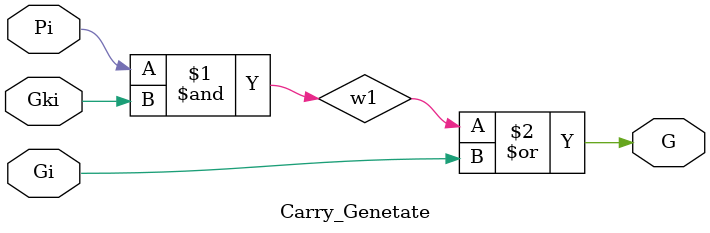
<source format=sv>
module Carry_Genetate (
	input logic Pi, Gi, Gki,
	output logic G
);

	logic w1;

	and (w1, Pi, Gki);

	or (G, w1, Gi);

endmodule
</source>
